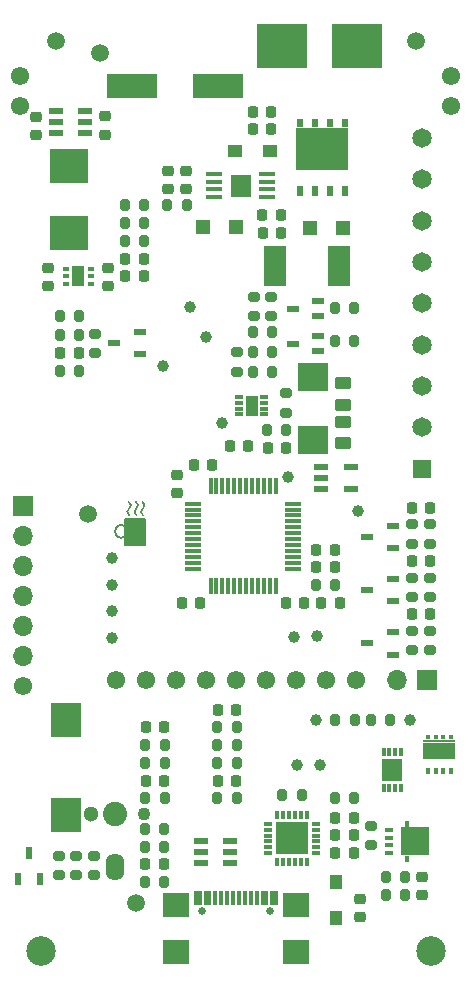
<source format=gbr>
%TF.GenerationSoftware,KiCad,Pcbnew,9.0.3*%
%TF.CreationDate,2025-10-10T19:55:01+02:00*%
%TF.ProjectId,AxxSolder,41787853-6f6c-4646-9572-2e6b69636164,rev?*%
%TF.SameCoordinates,Original*%
%TF.FileFunction,Soldermask,Bot*%
%TF.FilePolarity,Negative*%
%FSLAX46Y46*%
G04 Gerber Fmt 4.6, Leading zero omitted, Abs format (unit mm)*
G04 Created by KiCad (PCBNEW 9.0.3) date 2025-10-10 19:55:01*
%MOMM*%
%LPD*%
G01*
G04 APERTURE LIST*
G04 Aperture macros list*
%AMRoundRect*
0 Rectangle with rounded corners*
0 $1 Rounding radius*
0 $2 $3 $4 $5 $6 $7 $8 $9 X,Y pos of 4 corners*
0 Add a 4 corners polygon primitive as box body*
4,1,4,$2,$3,$4,$5,$6,$7,$8,$9,$2,$3,0*
0 Add four circle primitives for the rounded corners*
1,1,$1+$1,$2,$3*
1,1,$1+$1,$4,$5*
1,1,$1+$1,$6,$7*
1,1,$1+$1,$8,$9*
0 Add four rect primitives between the rounded corners*
20,1,$1+$1,$2,$3,$4,$5,0*
20,1,$1+$1,$4,$5,$6,$7,0*
20,1,$1+$1,$6,$7,$8,$9,0*
20,1,$1+$1,$8,$9,$2,$3,0*%
G04 Aperture macros list end*
%ADD10C,0.150000*%
%ADD11C,0.200000*%
%ADD12C,1.550000*%
%ADD13C,1.500000*%
%ADD14C,2.500000*%
%ADD15C,1.300000*%
%ADD16C,2.050000*%
%ADD17O,1.550000X2.300000*%
%ADD18C,1.100000*%
%ADD19RoundRect,0.225000X0.225000X0.250000X-0.225000X0.250000X-0.225000X-0.250000X0.225000X-0.250000X0*%
%ADD20R,3.200000X2.850000*%
%ADD21R,0.400000X0.550000*%
%ADD22R,0.400000X0.410000*%
%ADD23R,2.750000X1.470000*%
%ADD24R,2.750000X0.250000*%
%ADD25C,1.000000*%
%ADD26R,1.650000X1.650000*%
%ADD27C,1.650000*%
%ADD28R,1.050000X0.600000*%
%ADD29RoundRect,0.200000X-0.200000X-0.275000X0.200000X-0.275000X0.200000X0.275000X-0.200000X0.275000X0*%
%ADD30R,0.300000X1.475000*%
%ADD31R,1.475000X0.300000*%
%ADD32R,1.700000X1.700000*%
%ADD33O,1.700000X1.700000*%
%ADD34RoundRect,0.200000X0.275000X-0.200000X0.275000X0.200000X-0.275000X0.200000X-0.275000X-0.200000X0*%
%ADD35RoundRect,0.225000X-0.250000X0.225000X-0.250000X-0.225000X0.250000X-0.225000X0.250000X0.225000X0*%
%ADD36RoundRect,0.200000X0.200000X0.275000X-0.200000X0.275000X-0.200000X-0.275000X0.200000X-0.275000X0*%
%ADD37RoundRect,0.225000X-0.225000X-0.250000X0.225000X-0.250000X0.225000X0.250000X-0.225000X0.250000X0*%
%ADD38RoundRect,0.225000X0.250000X-0.225000X0.250000X0.225000X-0.250000X0.225000X-0.250000X-0.225000X0*%
%ADD39RoundRect,0.200000X-0.275000X0.200000X-0.275000X-0.200000X0.275000X-0.200000X0.275000X0.200000X0*%
%ADD40R,1.200000X1.200000*%
%ADD41R,2.500000X3.000000*%
%ADD42RoundRect,0.250000X0.450000X-0.262500X0.450000X0.262500X-0.450000X0.262500X-0.450000X-0.262500X0*%
%ADD43R,1.120000X1.220000*%
%ADD44R,0.500000X0.925000*%
%ADD45R,0.600000X0.800000*%
%ADD46R,4.410000X3.655000*%
%ADD47R,0.700000X0.300000*%
%ADD48R,1.000000X1.700000*%
%ADD49R,1.050000X0.500000*%
%ADD50R,1.900000X3.450000*%
%ADD51C,0.650000*%
%ADD52R,0.300000X1.150000*%
%ADD53R,2.180000X2.000000*%
%ADD54R,1.220000X1.120000*%
%ADD55R,0.300000X0.800000*%
%ADD56R,0.800000X0.300000*%
%ADD57R,2.700000X2.700000*%
%ADD58R,0.750000X0.400000*%
%ADD59R,0.400000X0.530000*%
%ADD60R,2.400000X2.450000*%
%ADD61R,0.300000X0.750000*%
%ADD62R,1.730000X1.850000*%
%ADD63R,1.425000X0.450000*%
%ADD64R,1.680000X1.880000*%
%ADD65R,4.250000X2.100000*%
%ADD66R,4.240000X3.810000*%
%ADD67R,0.600000X1.050000*%
%ADD68R,1.200000X0.600000*%
%ADD69R,2.500000X2.400000*%
%ADD70R,0.600000X0.350000*%
%ADD71R,1.100000X1.700000*%
G04 APERTURE END LIST*
D10*
X172018692Y-109000256D02*
G75*
G02*
X172056790Y-109552971I-138892J-287244D01*
G01*
X172638131Y-110137664D02*
G75*
G02*
X172616904Y-109575359I161869J287664D01*
G01*
X171467975Y-110125212D02*
G75*
G02*
X171446701Y-109562836I161825J287712D01*
G01*
X171418692Y-109000256D02*
G75*
G02*
X171456790Y-109552971I-138892J-287244D01*
G01*
X172067975Y-110125212D02*
G75*
G02*
X172046701Y-109562836I161825J287712D01*
G01*
X172588848Y-109012708D02*
G75*
G02*
X172626995Y-109565496I-138848J-287292D01*
G01*
X172800000Y-112650000D02*
X171100000Y-112650000D01*
X171100000Y-110450000D01*
X172800000Y-110450000D01*
X172800000Y-112650000D01*
G36*
X172800000Y-112650000D02*
G01*
X171100000Y-112650000D01*
X171100000Y-110450000D01*
X172800000Y-110450000D01*
X172800000Y-112650000D01*
G37*
D11*
X171100000Y-111949999D02*
G75*
G02*
X171151969Y-111089370I-300000J449999D01*
G01*
D12*
%TO.C,TP18*%
X190660000Y-124080000D03*
%TD*%
D13*
%TO.C,TFT1*%
X165280000Y-69998000D03*
X195760000Y-69998000D03*
%TD*%
D12*
%TO.C,J7*%
X170340000Y-124080000D03*
X172880000Y-124080000D03*
X175420000Y-124080000D03*
X177960000Y-124080000D03*
X180500000Y-124080000D03*
X183040000Y-124080000D03*
X185580000Y-124080000D03*
X188120000Y-124080000D03*
%TD*%
D14*
%TO.C,H2*%
X197000000Y-147000000D03*
%TD*%
D15*
%TO.C,U2*%
X168250000Y-135400000D03*
D16*
X170250000Y-135400000D03*
D17*
X170250000Y-139900000D03*
D18*
X172750000Y-135400000D03*
%TD*%
D12*
%TO.C,TP13*%
X162500000Y-124550000D03*
%TD*%
%TO.C,J6*%
X198750000Y-72925000D03*
X198750000Y-75465000D03*
%TD*%
D14*
%TO.C,H1*%
X164000000Y-147000000D03*
%TD*%
D12*
%TO.C,J5*%
X162250000Y-72925000D03*
X162250000Y-75465000D03*
%TD*%
D19*
%TO.C,C23*%
X180525000Y-126600000D03*
X178975000Y-126600000D03*
%TD*%
D20*
%TO.C,L1*%
X166400000Y-80550000D03*
X166400000Y-86250000D03*
%TD*%
D21*
%TO.C,Q2*%
X198700000Y-131790000D03*
X198050000Y-131790000D03*
X197400000Y-131790000D03*
X196750000Y-131790000D03*
D22*
X198700000Y-128920000D03*
X198050000Y-128920000D03*
D23*
X197725000Y-130110000D03*
D24*
X197725000Y-129250000D03*
D22*
X197400000Y-128920000D03*
X196750000Y-128920000D03*
%TD*%
D25*
%TO.C,TP2*%
X185427179Y-120400000D03*
%TD*%
%TO.C,TP6*%
X170000000Y-116000000D03*
%TD*%
D19*
%TO.C,C6*%
X181525000Y-104250000D03*
X179975000Y-104250000D03*
%TD*%
D26*
%TO.C,J2*%
X196250000Y-106200000D03*
D27*
X196250000Y-102700000D03*
X196250000Y-99200000D03*
X196250000Y-95700000D03*
X196250000Y-92200000D03*
X196250000Y-88700000D03*
X196250000Y-85200000D03*
X196250000Y-81700000D03*
X196250000Y-78200000D03*
%TD*%
D25*
%TO.C,TP9*%
X190800000Y-109750000D03*
%TD*%
D28*
%TO.C,D6*%
X193762500Y-115535000D03*
X193762500Y-117435000D03*
X191562500Y-116485000D03*
%TD*%
D29*
%TO.C,R30*%
X172825000Y-129600000D03*
X174475000Y-129600000D03*
%TD*%
%TO.C,R7*%
X171075000Y-85400000D03*
X172725000Y-85400000D03*
%TD*%
D30*
%TO.C,IC4*%
X178350000Y-107662000D03*
X178850000Y-107662000D03*
X179350000Y-107662000D03*
X179850000Y-107662000D03*
X180350000Y-107662000D03*
X180850000Y-107662000D03*
X181350000Y-107662000D03*
X181850000Y-107662000D03*
X182350000Y-107662000D03*
X182850000Y-107662000D03*
X183350000Y-107662000D03*
X183850000Y-107662000D03*
D31*
X185338000Y-109150000D03*
X185338000Y-109650000D03*
X185338000Y-110150000D03*
X185338000Y-110650000D03*
X185338000Y-111150000D03*
X185338000Y-111650000D03*
X185338000Y-112150000D03*
X185338000Y-112650000D03*
X185338000Y-113150000D03*
X185338000Y-113650000D03*
X185338000Y-114150000D03*
X185338000Y-114650000D03*
D30*
X183850000Y-116138000D03*
X183350000Y-116138000D03*
X182850000Y-116138000D03*
X182350000Y-116138000D03*
X181850000Y-116138000D03*
X181350000Y-116138000D03*
X180850000Y-116138000D03*
X180350000Y-116138000D03*
X179850000Y-116138000D03*
X179350000Y-116138000D03*
X178850000Y-116138000D03*
X178350000Y-116138000D03*
D31*
X176862000Y-114650000D03*
X176862000Y-114150000D03*
X176862000Y-113650000D03*
X176862000Y-113150000D03*
X176862000Y-112650000D03*
X176862000Y-112150000D03*
X176862000Y-111650000D03*
X176862000Y-111150000D03*
X176862000Y-110650000D03*
X176862000Y-110150000D03*
X176862000Y-109650000D03*
X176862000Y-109150000D03*
%TD*%
D32*
%TO.C,J3*%
X196675000Y-124100000D03*
D33*
X194135000Y-124100000D03*
%TD*%
D34*
%TO.C,R37*%
X168500000Y-140625000D03*
X168500000Y-138975000D03*
%TD*%
D35*
%TO.C,C32*%
X174750000Y-80975000D03*
X174750000Y-82525000D03*
%TD*%
D29*
%TO.C,FB1*%
X187250000Y-116050000D03*
X188900000Y-116050000D03*
%TD*%
%TO.C,R8*%
X171075000Y-86900000D03*
X172725000Y-86900000D03*
%TD*%
%TO.C,R15*%
X188875000Y-134050000D03*
X190525000Y-134050000D03*
%TD*%
D34*
%TO.C,R25*%
X196912500Y-117060000D03*
X196912500Y-115410000D03*
%TD*%
D13*
%TO.C,FID3*%
X169000000Y-71000000D03*
%TD*%
D36*
%TO.C,R11*%
X172725000Y-83900000D03*
X171075000Y-83900000D03*
%TD*%
D37*
%TO.C,C11*%
X188925000Y-138750000D03*
X190475000Y-138750000D03*
%TD*%
D19*
%TO.C,C7*%
X172675000Y-89900000D03*
X171125000Y-89900000D03*
%TD*%
D38*
%TO.C,C5*%
X169400000Y-77900000D03*
X169400000Y-76350000D03*
%TD*%
D32*
%TO.C,J4*%
X162500000Y-109310000D03*
D33*
X162500000Y-111850000D03*
X162500000Y-114390000D03*
X162500000Y-116930000D03*
X162500000Y-119470000D03*
X162500000Y-122010000D03*
%TD*%
D37*
%TO.C,C16*%
X184725000Y-117550000D03*
X186275000Y-117550000D03*
%TD*%
D39*
%TO.C,R28*%
X168600000Y-94775000D03*
X168600000Y-96425000D03*
%TD*%
%TO.C,R14*%
X191950000Y-136425000D03*
X191950000Y-138075000D03*
%TD*%
D29*
%TO.C,R46*%
X178925000Y-129600000D03*
X180575000Y-129600000D03*
%TD*%
D40*
%TO.C,D10*%
X186800000Y-85800000D03*
X189600000Y-85800000D03*
%TD*%
D29*
%TO.C,R36*%
X172775000Y-138200000D03*
X174425000Y-138200000D03*
%TD*%
D41*
%TO.C,LS1*%
X166100000Y-127500000D03*
X166100000Y-135500000D03*
%TD*%
D25*
%TO.C,TP15*%
X187250000Y-127500000D03*
%TD*%
D19*
%TO.C,C30*%
X184275000Y-84750000D03*
X182725000Y-84750000D03*
%TD*%
D37*
%TO.C,C35*%
X181925000Y-76000000D03*
X183475000Y-76000000D03*
%TD*%
D25*
%TO.C,TP8*%
X185700000Y-131300000D03*
%TD*%
D36*
%TO.C,R16*%
X174475000Y-131100000D03*
X172825000Y-131100000D03*
%TD*%
D42*
%TO.C,R45*%
X189600000Y-104025000D03*
X189600000Y-102200000D03*
%TD*%
D43*
%TO.C,D3*%
X189000000Y-141200000D03*
X189000000Y-144200000D03*
%TD*%
D25*
%TO.C,TP4*%
X170000000Y-113750000D03*
%TD*%
D36*
%TO.C,R1*%
X190525000Y-92600000D03*
X188875000Y-92600000D03*
%TD*%
%TO.C,R32*%
X180575000Y-128100000D03*
X178925000Y-128100000D03*
%TD*%
D19*
%TO.C,C14*%
X178475000Y-105900000D03*
X176925000Y-105900000D03*
%TD*%
D44*
%TO.C,U3*%
X189700000Y-82700000D03*
X188430000Y-82700000D03*
X187160000Y-82700000D03*
X185890000Y-82700000D03*
D45*
X189700000Y-76910000D03*
X188430000Y-76910000D03*
D46*
X187795000Y-79135000D03*
D45*
X187160000Y-76910000D03*
X185890000Y-76910000D03*
%TD*%
D34*
%TO.C,R23*%
X165500000Y-140625000D03*
X165500000Y-138975000D03*
%TD*%
D47*
%TO.C,IC2*%
X182900000Y-100100000D03*
X182900000Y-100600000D03*
X182900000Y-101100000D03*
X182900000Y-101600000D03*
X180800000Y-101600000D03*
X180800000Y-101100000D03*
X180800000Y-100600000D03*
X180800000Y-100100000D03*
D48*
X181850000Y-100850000D03*
%TD*%
D37*
%TO.C,C19*%
X187300000Y-114550000D03*
X188850000Y-114550000D03*
%TD*%
D36*
%TO.C,R31*%
X180575000Y-134100000D03*
X178925000Y-134100000D03*
%TD*%
D28*
%TO.C,D8*%
X193762500Y-120035000D03*
X193762500Y-121935000D03*
X191562500Y-120985000D03*
%TD*%
D34*
%TO.C,R18*%
X195412500Y-121560000D03*
X195412500Y-119910000D03*
%TD*%
D39*
%TO.C,R34*%
X167000000Y-138975000D03*
X167000000Y-140625000D03*
%TD*%
D13*
%TO.C,FID1*%
X168000000Y-110000000D03*
%TD*%
D19*
%TO.C,C8*%
X172675000Y-88400000D03*
X171125000Y-88400000D03*
%TD*%
%TO.C,C25*%
X196937500Y-118485000D03*
X195387500Y-118485000D03*
%TD*%
D25*
%TO.C,TP16*%
X195250000Y-127500000D03*
%TD*%
D29*
%TO.C,R26*%
X188925000Y-127500000D03*
X190575000Y-127500000D03*
%TD*%
D34*
%TO.C,R22*%
X196912500Y-112560000D03*
X196912500Y-110910000D03*
%TD*%
D36*
%TO.C,R12*%
X194825000Y-140750000D03*
X193175000Y-140750000D03*
%TD*%
D49*
%TO.C,D2*%
X187450000Y-94950000D03*
X187450000Y-96250000D03*
X185350000Y-95600000D03*
%TD*%
D36*
%TO.C,R47*%
X174425000Y-136700000D03*
X172775000Y-136700000D03*
%TD*%
D50*
%TO.C,R42*%
X189200000Y-89000000D03*
X183800000Y-89000000D03*
%TD*%
D36*
%TO.C,R10*%
X183575000Y-94600000D03*
X181925000Y-94600000D03*
%TD*%
D40*
%TO.C,D9*%
X180500000Y-85750000D03*
X177700000Y-85750000D03*
%TD*%
D37*
%TO.C,C34*%
X181925000Y-77400000D03*
X183475000Y-77400000D03*
%TD*%
D36*
%TO.C,R5*%
X190525000Y-95400000D03*
X188875000Y-95400000D03*
%TD*%
D51*
%TO.C,J1*%
X183390000Y-143647000D03*
X177610000Y-143647000D03*
D52*
X183850000Y-142572000D03*
X183050000Y-142572000D03*
X181750000Y-142572000D03*
X180750000Y-142572000D03*
X180250000Y-142572000D03*
X179250000Y-142572000D03*
X177950000Y-142572000D03*
X177150000Y-142572000D03*
X177450000Y-142572000D03*
X178250000Y-142572000D03*
X178750000Y-142572000D03*
X179750000Y-142572000D03*
X181250000Y-142572000D03*
X182250000Y-142572000D03*
X182750000Y-142572000D03*
X183550000Y-142572000D03*
D53*
X185610000Y-143147000D03*
X175390000Y-143147000D03*
X185610000Y-147077000D03*
X175390000Y-147077000D03*
%TD*%
D36*
%TO.C,R33*%
X167225000Y-97900000D03*
X165575000Y-97900000D03*
%TD*%
D25*
%TO.C,TP12*%
X176600000Y-92500000D03*
%TD*%
D37*
%TO.C,C12*%
X188925000Y-137240000D03*
X190475000Y-137240000D03*
%TD*%
D35*
%TO.C,C17*%
X175500000Y-106725000D03*
X175500000Y-108275000D03*
%TD*%
D37*
%TO.C,C13*%
X188925000Y-135750000D03*
X190475000Y-135750000D03*
%TD*%
D38*
%TO.C,C2*%
X164600000Y-90750000D03*
X164600000Y-89200000D03*
%TD*%
D19*
%TO.C,C28*%
X174425000Y-132600000D03*
X172875000Y-132600000D03*
%TD*%
D29*
%TO.C,R21*%
X165575000Y-93300000D03*
X167225000Y-93300000D03*
%TD*%
D37*
%TO.C,C21*%
X172875000Y-128100000D03*
X174425000Y-128100000D03*
%TD*%
D34*
%TO.C,R29*%
X196912500Y-121560000D03*
X196912500Y-119910000D03*
%TD*%
D29*
%TO.C,R17*%
X184425000Y-133800000D03*
X186075000Y-133800000D03*
%TD*%
D36*
%TO.C,R38*%
X176325000Y-83900000D03*
X174675000Y-83900000D03*
%TD*%
D19*
%TO.C,C29*%
X174375000Y-139700000D03*
X172825000Y-139700000D03*
%TD*%
D54*
%TO.C,D4*%
X183400000Y-79300000D03*
X180400000Y-79300000D03*
%TD*%
D29*
%TO.C,R3*%
X183125000Y-102900000D03*
X184775000Y-102900000D03*
%TD*%
D55*
%TO.C,IC6*%
X186500000Y-139500000D03*
X186000000Y-139500000D03*
X185500000Y-139500000D03*
X185000000Y-139500000D03*
X184500000Y-139500000D03*
X184000000Y-139500000D03*
D56*
X183250000Y-138750000D03*
X183250000Y-138250000D03*
X183250000Y-137750000D03*
X183250000Y-137250000D03*
X183250000Y-136750000D03*
X183250000Y-136250000D03*
D55*
X184000000Y-135500000D03*
X184500000Y-135500000D03*
X185000000Y-135500000D03*
X185500000Y-135500000D03*
X186000000Y-135500000D03*
X186500000Y-135500000D03*
D56*
X187250000Y-136250000D03*
X187250000Y-136750000D03*
X187250000Y-137250000D03*
X187250000Y-137750000D03*
X187250000Y-138250000D03*
X187250000Y-138750000D03*
D57*
X185250000Y-137500000D03*
%TD*%
D38*
%TO.C,C9*%
X196250000Y-142275000D03*
X196250000Y-140725000D03*
%TD*%
D25*
%TO.C,TP7*%
X187650000Y-131300000D03*
%TD*%
D58*
%TO.C,Q1*%
X193475000Y-138725000D03*
X193475000Y-138075000D03*
X193475000Y-137425000D03*
X193475000Y-136775000D03*
D59*
X195000000Y-139240000D03*
D60*
X195700000Y-137750000D03*
D59*
X195000000Y-136260000D03*
%TD*%
D25*
%TO.C,TP3*%
X174300000Y-97500000D03*
%TD*%
D19*
%TO.C,C22*%
X180525000Y-132600000D03*
X178975000Y-132600000D03*
%TD*%
D61*
%TO.C,IC7*%
X194500000Y-133200000D03*
X194000000Y-133200000D03*
X193500000Y-133200000D03*
X193000000Y-133200000D03*
X193000000Y-130200000D03*
X193500000Y-130200000D03*
X194000000Y-130200000D03*
X194500000Y-130200000D03*
D62*
X193750000Y-131700000D03*
%TD*%
D63*
%TO.C,IC8*%
X178676000Y-83200000D03*
X178676000Y-82550000D03*
X178676000Y-81900000D03*
X178676000Y-81250000D03*
X183100000Y-81250000D03*
X183100000Y-81900000D03*
X183100000Y-82550000D03*
X183100000Y-83200000D03*
D64*
X180888000Y-82225000D03*
%TD*%
D38*
%TO.C,C10*%
X191000000Y-144175000D03*
X191000000Y-142625000D03*
%TD*%
D19*
%TO.C,C15*%
X177475000Y-117550000D03*
X175925000Y-117550000D03*
%TD*%
D34*
%TO.C,R19*%
X195412500Y-117060000D03*
X195412500Y-115410000D03*
%TD*%
D65*
%TO.C,C37*%
X179000000Y-73800000D03*
X171700000Y-73800000D03*
%TD*%
D28*
%TO.C,D7*%
X172350000Y-94600000D03*
X172350000Y-96500000D03*
X170150000Y-95550000D03*
%TD*%
D37*
%TO.C,C4*%
X183175000Y-104400000D03*
X184725000Y-104400000D03*
%TD*%
D35*
%TO.C,C1*%
X169700000Y-89200000D03*
X169700000Y-90750000D03*
%TD*%
D29*
%TO.C,R9*%
X181925000Y-98000000D03*
X183575000Y-98000000D03*
%TD*%
D37*
%TO.C,C18*%
X187300000Y-113050000D03*
X188850000Y-113050000D03*
%TD*%
D19*
%TO.C,C24*%
X167175000Y-96400000D03*
X165625000Y-96400000D03*
%TD*%
D25*
%TO.C,TP11*%
X184900000Y-106900000D03*
%TD*%
D34*
%TO.C,R49*%
X180550000Y-97975000D03*
X180550000Y-96325000D03*
%TD*%
D49*
%TO.C,D1*%
X187450000Y-92000000D03*
X187450000Y-93300000D03*
X185350000Y-92650000D03*
%TD*%
D29*
%TO.C,R43*%
X178925000Y-131100000D03*
X180575000Y-131100000D03*
%TD*%
D66*
%TO.C,F1*%
X184410000Y-70400000D03*
X190790000Y-70400000D03*
%TD*%
D25*
%TO.C,TP5*%
X170000000Y-118250000D03*
%TD*%
D67*
%TO.C,Q3*%
X163950000Y-140900000D03*
X162050000Y-140900000D03*
X163000000Y-138700000D03*
%TD*%
D68*
%TO.C,IC3*%
X165250000Y-77800000D03*
X165250000Y-76850000D03*
X165250000Y-75900000D03*
X167750000Y-75900000D03*
X167750000Y-76850000D03*
X167750000Y-77800000D03*
%TD*%
%TO.C,IC9*%
X187700000Y-107950000D03*
X187700000Y-107000000D03*
X187700000Y-106050000D03*
X190200000Y-106050000D03*
X190200000Y-107950000D03*
%TD*%
D19*
%TO.C,C31*%
X184300000Y-86260000D03*
X182750000Y-86260000D03*
%TD*%
D34*
%TO.C,R6*%
X182000000Y-93275000D03*
X182000000Y-91625000D03*
%TD*%
D29*
%TO.C,R13*%
X193175000Y-142250000D03*
X194825000Y-142250000D03*
%TD*%
D39*
%TO.C,R2*%
X184750000Y-99825000D03*
X184750000Y-101475000D03*
%TD*%
D35*
%TO.C,C33*%
X176250000Y-80975000D03*
X176250000Y-82525000D03*
%TD*%
D69*
%TO.C,F2*%
X187000000Y-103800000D03*
X187000000Y-98400000D03*
%TD*%
D35*
%TO.C,C3*%
X163600000Y-76375000D03*
X163600000Y-77925000D03*
%TD*%
D25*
%TO.C,TP10*%
X179300000Y-102300000D03*
%TD*%
D19*
%TO.C,C26*%
X196937500Y-113985000D03*
X195387500Y-113985000D03*
%TD*%
D28*
%TO.C,D5*%
X193762500Y-111035000D03*
X193762500Y-112935000D03*
X191562500Y-111985000D03*
%TD*%
D25*
%TO.C,TP14*%
X170000000Y-120500000D03*
%TD*%
D36*
%TO.C,R35*%
X174475000Y-134100000D03*
X172825000Y-134100000D03*
%TD*%
D25*
%TO.C,TP1*%
X187372699Y-120395198D03*
%TD*%
D36*
%TO.C,R27*%
X193575000Y-127500000D03*
X191925000Y-127500000D03*
%TD*%
D34*
%TO.C,R20*%
X195412500Y-112560000D03*
X195412500Y-110910000D03*
%TD*%
D36*
%TO.C,R50*%
X183575000Y-96300000D03*
X181925000Y-96300000D03*
%TD*%
D13*
%TO.C,FID2*%
X172000000Y-143000000D03*
%TD*%
D36*
%TO.C,R48*%
X174425000Y-141200000D03*
X172775000Y-141200000D03*
%TD*%
D70*
%TO.C,IC1*%
X166100000Y-90550000D03*
X166100000Y-89900000D03*
X166100000Y-89250000D03*
X168200000Y-89250000D03*
X168200000Y-89900000D03*
X168200000Y-90550000D03*
D71*
X167150000Y-89900000D03*
%TD*%
D37*
%TO.C,C20*%
X187725000Y-117550000D03*
X189275000Y-117550000D03*
%TD*%
D39*
%TO.C,R4*%
X183500000Y-91625000D03*
X183500000Y-93275000D03*
%TD*%
D25*
%TO.C,TP17*%
X178000000Y-95000000D03*
%TD*%
D36*
%TO.C,R24*%
X167225000Y-94900000D03*
X165575000Y-94900000D03*
%TD*%
D42*
%TO.C,R44*%
X189600000Y-100800000D03*
X189600000Y-98975000D03*
%TD*%
D68*
%TO.C,IC5*%
X180000000Y-137700000D03*
X180000000Y-138650000D03*
X180000000Y-139600000D03*
X177500000Y-139600000D03*
X177500000Y-138650000D03*
X177500000Y-137700000D03*
%TD*%
D19*
%TO.C,C27*%
X196937500Y-109485000D03*
X195387500Y-109485000D03*
%TD*%
M02*

</source>
